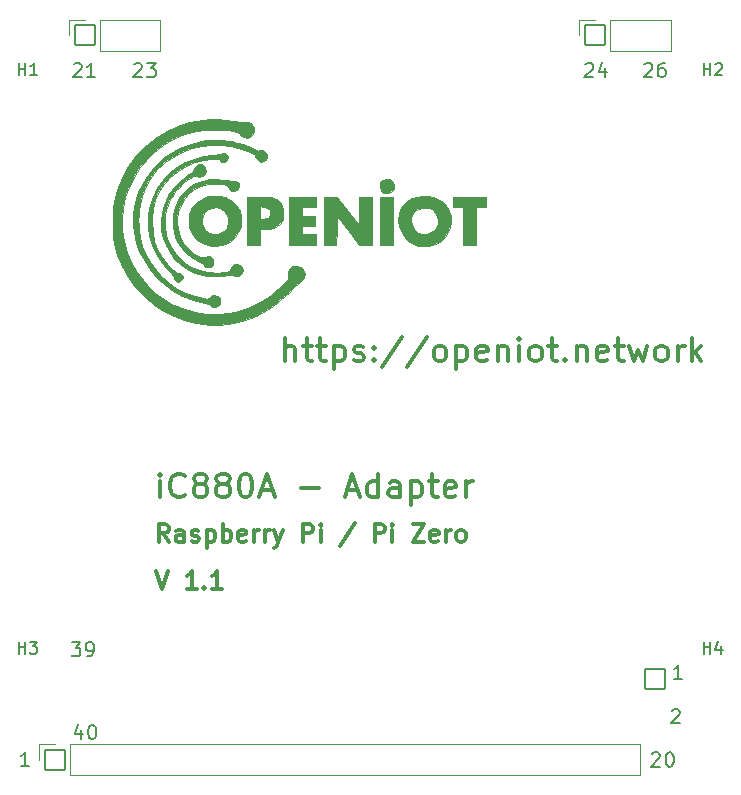
<source format=gto>
G04 #@! TF.GenerationSoftware,KiCad,Pcbnew,(6.0.10)*
G04 #@! TF.CreationDate,2023-02-13T10:30:41+01:00*
G04 #@! TF.ProjectId,iC880A_Adapter_V1.1,69433838-3041-45f4-9164-61707465725f,rev?*
G04 #@! TF.SameCoordinates,Original*
G04 #@! TF.FileFunction,Legend,Top*
G04 #@! TF.FilePolarity,Positive*
%FSLAX46Y46*%
G04 Gerber Fmt 4.6, Leading zero omitted, Abs format (unit mm)*
G04 Created by KiCad (PCBNEW (6.0.10)) date 2023-02-13 10:30:41*
%MOMM*%
%LPD*%
G01*
G04 APERTURE LIST*
G04 Aperture macros list*
%AMRoundRect*
0 Rectangle with rounded corners*
0 $1 Rounding radius*
0 $2 $3 $4 $5 $6 $7 $8 $9 X,Y pos of 4 corners*
0 Add a 4 corners polygon primitive as box body*
4,1,4,$2,$3,$4,$5,$6,$7,$8,$9,$2,$3,0*
0 Add four circle primitives for the rounded corners*
1,1,$1+$1,$2,$3*
1,1,$1+$1,$4,$5*
1,1,$1+$1,$6,$7*
1,1,$1+$1,$8,$9*
0 Add four rect primitives between the rounded corners*
20,1,$1+$1,$2,$3,$4,$5,0*
20,1,$1+$1,$4,$5,$6,$7,0*
20,1,$1+$1,$6,$7,$8,$9,0*
20,1,$1+$1,$8,$9,$2,$3,0*%
G04 Aperture macros list end*
%ADD10C,0.200000*%
%ADD11C,0.300000*%
%ADD12C,0.150000*%
%ADD13C,0.010000*%
%ADD14C,0.120000*%
%ADD15RoundRect,0.051000X0.850000X-0.850000X0.850000X0.850000X-0.850000X0.850000X-0.850000X-0.850000X0*%
%ADD16O,1.802000X1.802000*%
%ADD17C,4.802000*%
G04 APERTURE END LIST*
D10*
X134037062Y-187635822D02*
X134094205Y-187578680D01*
X134208491Y-187521537D01*
X134494205Y-187521537D01*
X134608491Y-187578680D01*
X134665634Y-187635822D01*
X134722777Y-187750108D01*
X134722777Y-187864394D01*
X134665634Y-188035822D01*
X133979920Y-188721537D01*
X134722777Y-188721537D01*
X84037062Y-189249537D02*
X84037062Y-190049537D01*
X83751348Y-188792394D02*
X83465634Y-189649537D01*
X84208491Y-189649537D01*
X84894205Y-188849537D02*
X85008491Y-188849537D01*
X85122777Y-188906680D01*
X85179920Y-188963822D01*
X85237062Y-189078108D01*
X85294205Y-189306680D01*
X85294205Y-189592394D01*
X85237062Y-189820965D01*
X85179920Y-189935251D01*
X85122777Y-189992394D01*
X85008491Y-190049537D01*
X84894205Y-190049537D01*
X84779920Y-189992394D01*
X84722777Y-189935251D01*
X84665634Y-189820965D01*
X84608491Y-189592394D01*
X84608491Y-189306680D01*
X84665634Y-189078108D01*
X84722777Y-188963822D01*
X84779920Y-188906680D01*
X84894205Y-188849537D01*
X132353634Y-191287142D02*
X132410777Y-191230000D01*
X132525062Y-191172857D01*
X132810777Y-191172857D01*
X132925062Y-191230000D01*
X132982205Y-191287142D01*
X133039348Y-191401428D01*
X133039348Y-191515714D01*
X132982205Y-191687142D01*
X132296491Y-192372857D01*
X133039348Y-192372857D01*
X133782205Y-191172857D02*
X133896491Y-191172857D01*
X134010777Y-191230000D01*
X134067920Y-191287142D01*
X134125062Y-191401428D01*
X134182205Y-191630000D01*
X134182205Y-191915714D01*
X134125062Y-192144285D01*
X134067920Y-192258571D01*
X134010777Y-192315714D01*
X133896491Y-192372857D01*
X133782205Y-192372857D01*
X133667920Y-192315714D01*
X133610777Y-192258571D01*
X133553634Y-192144285D01*
X133496491Y-191915714D01*
X133496491Y-191630000D01*
X133553634Y-191401428D01*
X133610777Y-191287142D01*
X133667920Y-191230000D01*
X133782205Y-191172857D01*
X83379714Y-132920742D02*
X83436857Y-132863600D01*
X83551142Y-132806457D01*
X83836857Y-132806457D01*
X83951142Y-132863600D01*
X84008285Y-132920742D01*
X84065428Y-133035028D01*
X84065428Y-133149314D01*
X84008285Y-133320742D01*
X83322571Y-134006457D01*
X84065428Y-134006457D01*
X85208285Y-134006457D02*
X84522571Y-134006457D01*
X84865428Y-134006457D02*
X84865428Y-132806457D01*
X84751142Y-132977885D01*
X84636857Y-133092171D01*
X84522571Y-133149314D01*
X88486114Y-132920742D02*
X88543257Y-132863600D01*
X88657542Y-132806457D01*
X88943257Y-132806457D01*
X89057542Y-132863600D01*
X89114685Y-132920742D01*
X89171828Y-133035028D01*
X89171828Y-133149314D01*
X89114685Y-133320742D01*
X88428971Y-134006457D01*
X89171828Y-134006457D01*
X89571828Y-132806457D02*
X90314685Y-132806457D01*
X89914685Y-133263600D01*
X90086114Y-133263600D01*
X90200400Y-133320742D01*
X90257542Y-133377885D01*
X90314685Y-133492171D01*
X90314685Y-133777885D01*
X90257542Y-133892171D01*
X90200400Y-133949314D01*
X90086114Y-134006457D01*
X89743257Y-134006457D01*
X89628971Y-133949314D01*
X89571828Y-133892171D01*
X126687714Y-132918142D02*
X126744857Y-132861000D01*
X126859142Y-132803857D01*
X127144857Y-132803857D01*
X127259142Y-132861000D01*
X127316285Y-132918142D01*
X127373428Y-133032428D01*
X127373428Y-133146714D01*
X127316285Y-133318142D01*
X126630571Y-134003857D01*
X127373428Y-134003857D01*
X128402000Y-133203857D02*
X128402000Y-134003857D01*
X128116285Y-132746714D02*
X127830571Y-133603857D01*
X128573428Y-133603857D01*
X131699714Y-132918142D02*
X131756857Y-132861000D01*
X131871142Y-132803857D01*
X132156857Y-132803857D01*
X132271142Y-132861000D01*
X132328285Y-132918142D01*
X132385428Y-133032428D01*
X132385428Y-133146714D01*
X132328285Y-133318142D01*
X131642571Y-134003857D01*
X132385428Y-134003857D01*
X133414000Y-132803857D02*
X133185428Y-132803857D01*
X133071142Y-132861000D01*
X133014000Y-132918142D01*
X132899714Y-133089571D01*
X132842571Y-133318142D01*
X132842571Y-133775285D01*
X132899714Y-133889571D01*
X132956857Y-133946714D01*
X133071142Y-134003857D01*
X133299714Y-134003857D01*
X133414000Y-133946714D01*
X133471142Y-133889571D01*
X133528285Y-133775285D01*
X133528285Y-133489571D01*
X133471142Y-133375285D01*
X133414000Y-133318142D01*
X133299714Y-133261000D01*
X133071142Y-133261000D01*
X132956857Y-133318142D01*
X132899714Y-133375285D01*
X132842571Y-133489571D01*
D11*
X91439205Y-173335251D02*
X90939205Y-172620965D01*
X90582062Y-173335251D02*
X90582062Y-171835251D01*
X91153491Y-171835251D01*
X91296348Y-171906680D01*
X91367777Y-171978108D01*
X91439205Y-172120965D01*
X91439205Y-172335251D01*
X91367777Y-172478108D01*
X91296348Y-172549537D01*
X91153491Y-172620965D01*
X90582062Y-172620965D01*
X92724920Y-173335251D02*
X92724920Y-172549537D01*
X92653491Y-172406680D01*
X92510634Y-172335251D01*
X92224920Y-172335251D01*
X92082062Y-172406680D01*
X92724920Y-173263822D02*
X92582062Y-173335251D01*
X92224920Y-173335251D01*
X92082062Y-173263822D01*
X92010634Y-173120965D01*
X92010634Y-172978108D01*
X92082062Y-172835251D01*
X92224920Y-172763822D01*
X92582062Y-172763822D01*
X92724920Y-172692394D01*
X93367777Y-173263822D02*
X93510634Y-173335251D01*
X93796348Y-173335251D01*
X93939205Y-173263822D01*
X94010634Y-173120965D01*
X94010634Y-173049537D01*
X93939205Y-172906680D01*
X93796348Y-172835251D01*
X93582062Y-172835251D01*
X93439205Y-172763822D01*
X93367777Y-172620965D01*
X93367777Y-172549537D01*
X93439205Y-172406680D01*
X93582062Y-172335251D01*
X93796348Y-172335251D01*
X93939205Y-172406680D01*
X94653491Y-172335251D02*
X94653491Y-173835251D01*
X94653491Y-172406680D02*
X94796348Y-172335251D01*
X95082062Y-172335251D01*
X95224920Y-172406680D01*
X95296348Y-172478108D01*
X95367777Y-172620965D01*
X95367777Y-173049537D01*
X95296348Y-173192394D01*
X95224920Y-173263822D01*
X95082062Y-173335251D01*
X94796348Y-173335251D01*
X94653491Y-173263822D01*
X96010634Y-173335251D02*
X96010634Y-171835251D01*
X96010634Y-172406680D02*
X96153491Y-172335251D01*
X96439205Y-172335251D01*
X96582062Y-172406680D01*
X96653491Y-172478108D01*
X96724920Y-172620965D01*
X96724920Y-173049537D01*
X96653491Y-173192394D01*
X96582062Y-173263822D01*
X96439205Y-173335251D01*
X96153491Y-173335251D01*
X96010634Y-173263822D01*
X97939205Y-173263822D02*
X97796348Y-173335251D01*
X97510634Y-173335251D01*
X97367777Y-173263822D01*
X97296348Y-173120965D01*
X97296348Y-172549537D01*
X97367777Y-172406680D01*
X97510634Y-172335251D01*
X97796348Y-172335251D01*
X97939205Y-172406680D01*
X98010634Y-172549537D01*
X98010634Y-172692394D01*
X97296348Y-172835251D01*
X98653491Y-173335251D02*
X98653491Y-172335251D01*
X98653491Y-172620965D02*
X98724920Y-172478108D01*
X98796348Y-172406680D01*
X98939205Y-172335251D01*
X99082062Y-172335251D01*
X99582062Y-173335251D02*
X99582062Y-172335251D01*
X99582062Y-172620965D02*
X99653491Y-172478108D01*
X99724920Y-172406680D01*
X99867777Y-172335251D01*
X100010634Y-172335251D01*
X100367777Y-172335251D02*
X100724920Y-173335251D01*
X101082062Y-172335251D02*
X100724920Y-173335251D01*
X100582062Y-173692394D01*
X100510634Y-173763822D01*
X100367777Y-173835251D01*
X102796348Y-173335251D02*
X102796348Y-171835251D01*
X103367777Y-171835251D01*
X103510634Y-171906680D01*
X103582062Y-171978108D01*
X103653491Y-172120965D01*
X103653491Y-172335251D01*
X103582062Y-172478108D01*
X103510634Y-172549537D01*
X103367777Y-172620965D01*
X102796348Y-172620965D01*
X104296348Y-173335251D02*
X104296348Y-172335251D01*
X104296348Y-171835251D02*
X104224920Y-171906680D01*
X104296348Y-171978108D01*
X104367777Y-171906680D01*
X104296348Y-171835251D01*
X104296348Y-171978108D01*
X107224920Y-171763822D02*
X105939205Y-173692394D01*
X108867777Y-173335251D02*
X108867777Y-171835251D01*
X109439205Y-171835251D01*
X109582062Y-171906680D01*
X109653491Y-171978108D01*
X109724920Y-172120965D01*
X109724920Y-172335251D01*
X109653491Y-172478108D01*
X109582062Y-172549537D01*
X109439205Y-172620965D01*
X108867777Y-172620965D01*
X110367777Y-173335251D02*
X110367777Y-172335251D01*
X110367777Y-171835251D02*
X110296348Y-171906680D01*
X110367777Y-171978108D01*
X110439205Y-171906680D01*
X110367777Y-171835251D01*
X110367777Y-171978108D01*
X112082062Y-171835251D02*
X113082062Y-171835251D01*
X112082062Y-173335251D01*
X113082062Y-173335251D01*
X114224920Y-173263822D02*
X114082062Y-173335251D01*
X113796348Y-173335251D01*
X113653491Y-173263822D01*
X113582062Y-173120965D01*
X113582062Y-172549537D01*
X113653491Y-172406680D01*
X113796348Y-172335251D01*
X114082062Y-172335251D01*
X114224920Y-172406680D01*
X114296348Y-172549537D01*
X114296348Y-172692394D01*
X113582062Y-172835251D01*
X114939205Y-173335251D02*
X114939205Y-172335251D01*
X114939205Y-172620965D02*
X115010634Y-172478108D01*
X115082062Y-172406680D01*
X115224920Y-172335251D01*
X115367777Y-172335251D01*
X116082062Y-173335251D02*
X115939205Y-173263822D01*
X115867777Y-173192394D01*
X115796348Y-173049537D01*
X115796348Y-172620965D01*
X115867777Y-172478108D01*
X115939205Y-172406680D01*
X116082062Y-172335251D01*
X116296348Y-172335251D01*
X116439205Y-172406680D01*
X116510634Y-172478108D01*
X116582062Y-172620965D01*
X116582062Y-173049537D01*
X116510634Y-173192394D01*
X116439205Y-173263822D01*
X116296348Y-173335251D01*
X116082062Y-173335251D01*
X90701110Y-169561441D02*
X90701110Y-168228108D01*
X90701110Y-167561441D02*
X90605872Y-167656680D01*
X90701110Y-167751918D01*
X90796348Y-167656680D01*
X90701110Y-167561441D01*
X90701110Y-167751918D01*
X92796348Y-169370965D02*
X92701110Y-169466203D01*
X92415396Y-169561441D01*
X92224920Y-169561441D01*
X91939205Y-169466203D01*
X91748729Y-169275727D01*
X91653491Y-169085251D01*
X91558253Y-168704299D01*
X91558253Y-168418584D01*
X91653491Y-168037632D01*
X91748729Y-167847156D01*
X91939205Y-167656680D01*
X92224920Y-167561441D01*
X92415396Y-167561441D01*
X92701110Y-167656680D01*
X92796348Y-167751918D01*
X93939205Y-168418584D02*
X93748729Y-168323346D01*
X93653491Y-168228108D01*
X93558253Y-168037632D01*
X93558253Y-167942394D01*
X93653491Y-167751918D01*
X93748729Y-167656680D01*
X93939205Y-167561441D01*
X94320158Y-167561441D01*
X94510634Y-167656680D01*
X94605872Y-167751918D01*
X94701110Y-167942394D01*
X94701110Y-168037632D01*
X94605872Y-168228108D01*
X94510634Y-168323346D01*
X94320158Y-168418584D01*
X93939205Y-168418584D01*
X93748729Y-168513822D01*
X93653491Y-168609060D01*
X93558253Y-168799537D01*
X93558253Y-169180489D01*
X93653491Y-169370965D01*
X93748729Y-169466203D01*
X93939205Y-169561441D01*
X94320158Y-169561441D01*
X94510634Y-169466203D01*
X94605872Y-169370965D01*
X94701110Y-169180489D01*
X94701110Y-168799537D01*
X94605872Y-168609060D01*
X94510634Y-168513822D01*
X94320158Y-168418584D01*
X95843967Y-168418584D02*
X95653491Y-168323346D01*
X95558253Y-168228108D01*
X95463015Y-168037632D01*
X95463015Y-167942394D01*
X95558253Y-167751918D01*
X95653491Y-167656680D01*
X95843967Y-167561441D01*
X96224920Y-167561441D01*
X96415396Y-167656680D01*
X96510634Y-167751918D01*
X96605872Y-167942394D01*
X96605872Y-168037632D01*
X96510634Y-168228108D01*
X96415396Y-168323346D01*
X96224920Y-168418584D01*
X95843967Y-168418584D01*
X95653491Y-168513822D01*
X95558253Y-168609060D01*
X95463015Y-168799537D01*
X95463015Y-169180489D01*
X95558253Y-169370965D01*
X95653491Y-169466203D01*
X95843967Y-169561441D01*
X96224920Y-169561441D01*
X96415396Y-169466203D01*
X96510634Y-169370965D01*
X96605872Y-169180489D01*
X96605872Y-168799537D01*
X96510634Y-168609060D01*
X96415396Y-168513822D01*
X96224920Y-168418584D01*
X97843967Y-167561441D02*
X98034443Y-167561441D01*
X98224920Y-167656680D01*
X98320158Y-167751918D01*
X98415396Y-167942394D01*
X98510634Y-168323346D01*
X98510634Y-168799537D01*
X98415396Y-169180489D01*
X98320158Y-169370965D01*
X98224920Y-169466203D01*
X98034443Y-169561441D01*
X97843967Y-169561441D01*
X97653491Y-169466203D01*
X97558253Y-169370965D01*
X97463015Y-169180489D01*
X97367777Y-168799537D01*
X97367777Y-168323346D01*
X97463015Y-167942394D01*
X97558253Y-167751918D01*
X97653491Y-167656680D01*
X97843967Y-167561441D01*
X99272539Y-168990013D02*
X100224920Y-168990013D01*
X99082062Y-169561441D02*
X99748729Y-167561441D01*
X100415396Y-169561441D01*
X102605872Y-168799537D02*
X104129681Y-168799537D01*
X106510634Y-168990013D02*
X107463015Y-168990013D01*
X106320158Y-169561441D02*
X106986824Y-167561441D01*
X107653491Y-169561441D01*
X109177300Y-169561441D02*
X109177300Y-167561441D01*
X109177300Y-169466203D02*
X108986824Y-169561441D01*
X108605872Y-169561441D01*
X108415396Y-169466203D01*
X108320158Y-169370965D01*
X108224920Y-169180489D01*
X108224920Y-168609060D01*
X108320158Y-168418584D01*
X108415396Y-168323346D01*
X108605872Y-168228108D01*
X108986824Y-168228108D01*
X109177300Y-168323346D01*
X110986824Y-169561441D02*
X110986824Y-168513822D01*
X110891586Y-168323346D01*
X110701110Y-168228108D01*
X110320158Y-168228108D01*
X110129681Y-168323346D01*
X110986824Y-169466203D02*
X110796348Y-169561441D01*
X110320158Y-169561441D01*
X110129681Y-169466203D01*
X110034443Y-169275727D01*
X110034443Y-169085251D01*
X110129681Y-168894775D01*
X110320158Y-168799537D01*
X110796348Y-168799537D01*
X110986824Y-168704299D01*
X111939205Y-168228108D02*
X111939205Y-170228108D01*
X111939205Y-168323346D02*
X112129681Y-168228108D01*
X112510634Y-168228108D01*
X112701110Y-168323346D01*
X112796348Y-168418584D01*
X112891586Y-168609060D01*
X112891586Y-169180489D01*
X112796348Y-169370965D01*
X112701110Y-169466203D01*
X112510634Y-169561441D01*
X112129681Y-169561441D01*
X111939205Y-169466203D01*
X113463015Y-168228108D02*
X114224920Y-168228108D01*
X113748729Y-167561441D02*
X113748729Y-169275727D01*
X113843967Y-169466203D01*
X114034443Y-169561441D01*
X114224920Y-169561441D01*
X115653491Y-169466203D02*
X115463015Y-169561441D01*
X115082062Y-169561441D01*
X114891586Y-169466203D01*
X114796348Y-169275727D01*
X114796348Y-168513822D01*
X114891586Y-168323346D01*
X115082062Y-168228108D01*
X115463015Y-168228108D01*
X115653491Y-168323346D01*
X115748729Y-168513822D01*
X115748729Y-168704299D01*
X114796348Y-168894775D01*
X116605872Y-169561441D02*
X116605872Y-168228108D01*
X116605872Y-168609060D02*
X116701110Y-168418584D01*
X116796348Y-168323346D01*
X116986824Y-168228108D01*
X117177300Y-168228108D01*
X90367777Y-175835251D02*
X90867777Y-177335251D01*
X91367777Y-175835251D01*
X93796348Y-177335251D02*
X92939205Y-177335251D01*
X93367777Y-177335251D02*
X93367777Y-175835251D01*
X93224920Y-176049537D01*
X93082062Y-176192394D01*
X92939205Y-176263822D01*
X94439205Y-177192394D02*
X94510634Y-177263822D01*
X94439205Y-177335251D01*
X94367777Y-177263822D01*
X94439205Y-177192394D01*
X94439205Y-177335251D01*
X95939205Y-177335251D02*
X95082062Y-177335251D01*
X95510634Y-177335251D02*
X95510634Y-175835251D01*
X95367777Y-176049537D01*
X95224920Y-176192394D01*
X95082062Y-176263822D01*
X101292971Y-158063761D02*
X101292971Y-156063761D01*
X102150114Y-158063761D02*
X102150114Y-157016142D01*
X102054876Y-156825666D01*
X101864400Y-156730428D01*
X101578685Y-156730428D01*
X101388209Y-156825666D01*
X101292971Y-156920904D01*
X102816780Y-156730428D02*
X103578685Y-156730428D01*
X103102495Y-156063761D02*
X103102495Y-157778047D01*
X103197733Y-157968523D01*
X103388209Y-158063761D01*
X103578685Y-158063761D01*
X103959638Y-156730428D02*
X104721542Y-156730428D01*
X104245352Y-156063761D02*
X104245352Y-157778047D01*
X104340590Y-157968523D01*
X104531066Y-158063761D01*
X104721542Y-158063761D01*
X105388209Y-156730428D02*
X105388209Y-158730428D01*
X105388209Y-156825666D02*
X105578685Y-156730428D01*
X105959638Y-156730428D01*
X106150114Y-156825666D01*
X106245352Y-156920904D01*
X106340590Y-157111380D01*
X106340590Y-157682809D01*
X106245352Y-157873285D01*
X106150114Y-157968523D01*
X105959638Y-158063761D01*
X105578685Y-158063761D01*
X105388209Y-157968523D01*
X107102495Y-157968523D02*
X107292971Y-158063761D01*
X107673923Y-158063761D01*
X107864400Y-157968523D01*
X107959638Y-157778047D01*
X107959638Y-157682809D01*
X107864400Y-157492333D01*
X107673923Y-157397095D01*
X107388209Y-157397095D01*
X107197733Y-157301857D01*
X107102495Y-157111380D01*
X107102495Y-157016142D01*
X107197733Y-156825666D01*
X107388209Y-156730428D01*
X107673923Y-156730428D01*
X107864400Y-156825666D01*
X108816780Y-157873285D02*
X108912019Y-157968523D01*
X108816780Y-158063761D01*
X108721542Y-157968523D01*
X108816780Y-157873285D01*
X108816780Y-158063761D01*
X108816780Y-156825666D02*
X108912019Y-156920904D01*
X108816780Y-157016142D01*
X108721542Y-156920904D01*
X108816780Y-156825666D01*
X108816780Y-157016142D01*
X111197733Y-155968523D02*
X109483447Y-158539952D01*
X113292971Y-155968523D02*
X111578685Y-158539952D01*
X114245352Y-158063761D02*
X114054876Y-157968523D01*
X113959638Y-157873285D01*
X113864400Y-157682809D01*
X113864400Y-157111380D01*
X113959638Y-156920904D01*
X114054876Y-156825666D01*
X114245352Y-156730428D01*
X114531066Y-156730428D01*
X114721542Y-156825666D01*
X114816780Y-156920904D01*
X114912019Y-157111380D01*
X114912019Y-157682809D01*
X114816780Y-157873285D01*
X114721542Y-157968523D01*
X114531066Y-158063761D01*
X114245352Y-158063761D01*
X115769161Y-156730428D02*
X115769161Y-158730428D01*
X115769161Y-156825666D02*
X115959638Y-156730428D01*
X116340590Y-156730428D01*
X116531066Y-156825666D01*
X116626304Y-156920904D01*
X116721542Y-157111380D01*
X116721542Y-157682809D01*
X116626304Y-157873285D01*
X116531066Y-157968523D01*
X116340590Y-158063761D01*
X115959638Y-158063761D01*
X115769161Y-157968523D01*
X118340590Y-157968523D02*
X118150114Y-158063761D01*
X117769161Y-158063761D01*
X117578685Y-157968523D01*
X117483447Y-157778047D01*
X117483447Y-157016142D01*
X117578685Y-156825666D01*
X117769161Y-156730428D01*
X118150114Y-156730428D01*
X118340590Y-156825666D01*
X118435828Y-157016142D01*
X118435828Y-157206619D01*
X117483447Y-157397095D01*
X119292971Y-156730428D02*
X119292971Y-158063761D01*
X119292971Y-156920904D02*
X119388209Y-156825666D01*
X119578685Y-156730428D01*
X119864400Y-156730428D01*
X120054876Y-156825666D01*
X120150114Y-157016142D01*
X120150114Y-158063761D01*
X121102495Y-158063761D02*
X121102495Y-156730428D01*
X121102495Y-156063761D02*
X121007257Y-156159000D01*
X121102495Y-156254238D01*
X121197733Y-156159000D01*
X121102495Y-156063761D01*
X121102495Y-156254238D01*
X122340590Y-158063761D02*
X122150114Y-157968523D01*
X122054876Y-157873285D01*
X121959638Y-157682809D01*
X121959638Y-157111380D01*
X122054876Y-156920904D01*
X122150114Y-156825666D01*
X122340590Y-156730428D01*
X122626304Y-156730428D01*
X122816780Y-156825666D01*
X122912019Y-156920904D01*
X123007257Y-157111380D01*
X123007257Y-157682809D01*
X122912019Y-157873285D01*
X122816780Y-157968523D01*
X122626304Y-158063761D01*
X122340590Y-158063761D01*
X123578685Y-156730428D02*
X124340590Y-156730428D01*
X123864400Y-156063761D02*
X123864400Y-157778047D01*
X123959638Y-157968523D01*
X124150114Y-158063761D01*
X124340590Y-158063761D01*
X125007257Y-157873285D02*
X125102495Y-157968523D01*
X125007257Y-158063761D01*
X124912019Y-157968523D01*
X125007257Y-157873285D01*
X125007257Y-158063761D01*
X125959638Y-156730428D02*
X125959638Y-158063761D01*
X125959638Y-156920904D02*
X126054876Y-156825666D01*
X126245352Y-156730428D01*
X126531066Y-156730428D01*
X126721542Y-156825666D01*
X126816780Y-157016142D01*
X126816780Y-158063761D01*
X128531066Y-157968523D02*
X128340590Y-158063761D01*
X127959638Y-158063761D01*
X127769161Y-157968523D01*
X127673923Y-157778047D01*
X127673923Y-157016142D01*
X127769161Y-156825666D01*
X127959638Y-156730428D01*
X128340590Y-156730428D01*
X128531066Y-156825666D01*
X128626304Y-157016142D01*
X128626304Y-157206619D01*
X127673923Y-157397095D01*
X129197733Y-156730428D02*
X129959638Y-156730428D01*
X129483447Y-156063761D02*
X129483447Y-157778047D01*
X129578685Y-157968523D01*
X129769161Y-158063761D01*
X129959638Y-158063761D01*
X130435828Y-156730428D02*
X130816780Y-158063761D01*
X131197733Y-157111380D01*
X131578685Y-158063761D01*
X131959638Y-156730428D01*
X133007257Y-158063761D02*
X132816780Y-157968523D01*
X132721542Y-157873285D01*
X132626304Y-157682809D01*
X132626304Y-157111380D01*
X132721542Y-156920904D01*
X132816780Y-156825666D01*
X133007257Y-156730428D01*
X133292971Y-156730428D01*
X133483447Y-156825666D01*
X133578685Y-156920904D01*
X133673923Y-157111380D01*
X133673923Y-157682809D01*
X133578685Y-157873285D01*
X133483447Y-157968523D01*
X133292971Y-158063761D01*
X133007257Y-158063761D01*
X134531066Y-158063761D02*
X134531066Y-156730428D01*
X134531066Y-157111380D02*
X134626304Y-156920904D01*
X134721542Y-156825666D01*
X134912019Y-156730428D01*
X135102495Y-156730428D01*
X135769161Y-158063761D02*
X135769161Y-156063761D01*
X135959638Y-157301857D02*
X136531066Y-158063761D01*
X136531066Y-156730428D02*
X135769161Y-157492333D01*
D10*
X79610777Y-192329537D02*
X78925062Y-192329537D01*
X79267920Y-192329537D02*
X79267920Y-191129537D01*
X79153634Y-191300965D01*
X79039348Y-191415251D01*
X78925062Y-191472394D01*
X134922777Y-184971537D02*
X134237062Y-184971537D01*
X134579920Y-184971537D02*
X134579920Y-183771537D01*
X134465634Y-183942965D01*
X134351348Y-184057251D01*
X134237062Y-184114394D01*
X83208491Y-181849537D02*
X83951348Y-181849537D01*
X83551348Y-182306680D01*
X83722777Y-182306680D01*
X83837062Y-182363822D01*
X83894205Y-182420965D01*
X83951348Y-182535251D01*
X83951348Y-182820965D01*
X83894205Y-182935251D01*
X83837062Y-182992394D01*
X83722777Y-183049537D01*
X83379920Y-183049537D01*
X83265634Y-182992394D01*
X83208491Y-182935251D01*
X84522777Y-183049537D02*
X84751348Y-183049537D01*
X84865634Y-182992394D01*
X84922777Y-182935251D01*
X85037062Y-182763822D01*
X85094205Y-182535251D01*
X85094205Y-182078108D01*
X85037062Y-181963822D01*
X84979920Y-181906680D01*
X84865634Y-181849537D01*
X84637062Y-181849537D01*
X84522777Y-181906680D01*
X84465634Y-181963822D01*
X84408491Y-182078108D01*
X84408491Y-182363822D01*
X84465634Y-182478108D01*
X84522777Y-182535251D01*
X84637062Y-182592394D01*
X84865634Y-182592394D01*
X84979920Y-182535251D01*
X85037062Y-182478108D01*
X85094205Y-182363822D01*
D12*
X136718015Y-133809060D02*
X136718015Y-132809060D01*
X136718015Y-133285251D02*
X137289443Y-133285251D01*
X137289443Y-133809060D02*
X137289443Y-132809060D01*
X137718015Y-132904299D02*
X137765634Y-132856680D01*
X137860872Y-132809060D01*
X138098967Y-132809060D01*
X138194205Y-132856680D01*
X138241824Y-132904299D01*
X138289443Y-132999537D01*
X138289443Y-133094775D01*
X138241824Y-133237632D01*
X137670396Y-133809060D01*
X138289443Y-133809060D01*
X78718015Y-133809060D02*
X78718015Y-132809060D01*
X78718015Y-133285251D02*
X79289443Y-133285251D01*
X79289443Y-133809060D02*
X79289443Y-132809060D01*
X80289443Y-133809060D02*
X79718015Y-133809060D01*
X80003729Y-133809060D02*
X80003729Y-132809060D01*
X79908491Y-132951918D01*
X79813253Y-133047156D01*
X79718015Y-133094775D01*
X136718015Y-182809060D02*
X136718015Y-181809060D01*
X136718015Y-182285251D02*
X137289443Y-182285251D01*
X137289443Y-182809060D02*
X137289443Y-181809060D01*
X138194205Y-182142394D02*
X138194205Y-182809060D01*
X137956110Y-181761441D02*
X137718015Y-182475727D01*
X138337062Y-182475727D01*
X78718015Y-182809060D02*
X78718015Y-181809060D01*
X78718015Y-182285251D02*
X79289443Y-182285251D01*
X79289443Y-182809060D02*
X79289443Y-181809060D01*
X79670396Y-181809060D02*
X80289443Y-181809060D01*
X79956110Y-182190013D01*
X80098967Y-182190013D01*
X80194205Y-182237632D01*
X80241824Y-182285251D01*
X80289443Y-182380489D01*
X80289443Y-182618584D01*
X80241824Y-182713822D01*
X80194205Y-182761441D01*
X80098967Y-182809060D01*
X79813253Y-182809060D01*
X79718015Y-182761441D01*
X79670396Y-182713822D01*
G36*
X94301435Y-141444794D02*
G01*
X94379941Y-141506268D01*
X94532612Y-141699033D01*
X94579824Y-141907115D01*
X94536905Y-142106592D01*
X94419183Y-142273542D01*
X94241985Y-142384041D01*
X94020639Y-142414167D01*
X93828462Y-142367005D01*
X93723739Y-142334806D01*
X93620213Y-142341319D01*
X93483555Y-142396111D01*
X93279437Y-142508752D01*
X93242319Y-142530387D01*
X93017805Y-142682299D01*
X92750139Y-142894182D01*
X92481283Y-143131750D01*
X92348027Y-143261024D01*
X92073007Y-143555590D01*
X91863661Y-143826474D01*
X91683169Y-144124988D01*
X91570525Y-144344574D01*
X91355678Y-144820631D01*
X91211568Y-145243383D01*
X91127364Y-145656865D01*
X91092236Y-146105116D01*
X91089500Y-146300500D01*
X91111422Y-146804736D01*
X91184902Y-147254097D01*
X91321511Y-147697060D01*
X91532818Y-148182103D01*
X91544173Y-148205500D01*
X91692558Y-148487246D01*
X91850097Y-148728426D01*
X92045302Y-148967196D01*
X92306688Y-149241717D01*
X92353167Y-149288139D01*
X92833719Y-149717570D01*
X93315536Y-150042817D01*
X93830985Y-150282830D01*
X94303202Y-150429778D01*
X94637335Y-150496369D01*
X95000903Y-150537262D01*
X95372619Y-150553768D01*
X95731198Y-150547201D01*
X96055352Y-150518870D01*
X96323794Y-150470090D01*
X96515239Y-150402171D01*
X96608399Y-150316425D01*
X96614000Y-150287349D01*
X96666580Y-150139278D01*
X96797331Y-149983014D01*
X96965765Y-149855637D01*
X97131398Y-149794229D01*
X97153749Y-149793000D01*
X97334254Y-149847208D01*
X97510993Y-149983198D01*
X97644014Y-150161016D01*
X97693500Y-150332750D01*
X97642016Y-150504148D01*
X97513433Y-150678028D01*
X97346552Y-150814171D01*
X97180176Y-150872358D01*
X97172763Y-150872500D01*
X96998413Y-150835594D01*
X96897972Y-150784746D01*
X96809486Y-150740086D01*
X96695306Y-150729225D01*
X96518559Y-150752072D01*
X96359967Y-150783422D01*
X95987391Y-150836359D01*
X95544614Y-150860997D01*
X95082515Y-150857440D01*
X94651972Y-150825794D01*
X94359750Y-150779303D01*
X93639729Y-150562402D01*
X92989960Y-150247647D01*
X92414920Y-149845823D01*
X91919083Y-149367713D01*
X91506924Y-148824104D01*
X91182921Y-148225779D01*
X90951547Y-147583523D01*
X90817278Y-146908121D01*
X90784590Y-146210358D01*
X90857958Y-145501017D01*
X91041858Y-144790885D01*
X91340764Y-144090745D01*
X91479732Y-143839227D01*
X91679316Y-143553089D01*
X91953927Y-143231016D01*
X92272635Y-142903558D01*
X92604513Y-142601263D01*
X92918632Y-142354684D01*
X93101849Y-142236934D01*
X93320692Y-142103480D01*
X93449292Y-141994349D01*
X93514083Y-141883699D01*
X93531321Y-141817027D01*
X93632358Y-141579189D01*
X93828374Y-141424798D01*
X93987233Y-141374378D01*
X94148113Y-141370575D01*
X94301435Y-141444794D01*
G37*
D13*
X94301435Y-141444794D02*
X94379941Y-141506268D01*
X94532612Y-141699033D01*
X94579824Y-141907115D01*
X94536905Y-142106592D01*
X94419183Y-142273542D01*
X94241985Y-142384041D01*
X94020639Y-142414167D01*
X93828462Y-142367005D01*
X93723739Y-142334806D01*
X93620213Y-142341319D01*
X93483555Y-142396111D01*
X93279437Y-142508752D01*
X93242319Y-142530387D01*
X93017805Y-142682299D01*
X92750139Y-142894182D01*
X92481283Y-143131750D01*
X92348027Y-143261024D01*
X92073007Y-143555590D01*
X91863661Y-143826474D01*
X91683169Y-144124988D01*
X91570525Y-144344574D01*
X91355678Y-144820631D01*
X91211568Y-145243383D01*
X91127364Y-145656865D01*
X91092236Y-146105116D01*
X91089500Y-146300500D01*
X91111422Y-146804736D01*
X91184902Y-147254097D01*
X91321511Y-147697060D01*
X91532818Y-148182103D01*
X91544173Y-148205500D01*
X91692558Y-148487246D01*
X91850097Y-148728426D01*
X92045302Y-148967196D01*
X92306688Y-149241717D01*
X92353167Y-149288139D01*
X92833719Y-149717570D01*
X93315536Y-150042817D01*
X93830985Y-150282830D01*
X94303202Y-150429778D01*
X94637335Y-150496369D01*
X95000903Y-150537262D01*
X95372619Y-150553768D01*
X95731198Y-150547201D01*
X96055352Y-150518870D01*
X96323794Y-150470090D01*
X96515239Y-150402171D01*
X96608399Y-150316425D01*
X96614000Y-150287349D01*
X96666580Y-150139278D01*
X96797331Y-149983014D01*
X96965765Y-149855637D01*
X97131398Y-149794229D01*
X97153749Y-149793000D01*
X97334254Y-149847208D01*
X97510993Y-149983198D01*
X97644014Y-150161016D01*
X97693500Y-150332750D01*
X97642016Y-150504148D01*
X97513433Y-150678028D01*
X97346552Y-150814171D01*
X97180176Y-150872358D01*
X97172763Y-150872500D01*
X96998413Y-150835594D01*
X96897972Y-150784746D01*
X96809486Y-150740086D01*
X96695306Y-150729225D01*
X96518559Y-150752072D01*
X96359967Y-150783422D01*
X95987391Y-150836359D01*
X95544614Y-150860997D01*
X95082515Y-150857440D01*
X94651972Y-150825794D01*
X94359750Y-150779303D01*
X93639729Y-150562402D01*
X92989960Y-150247647D01*
X92414920Y-149845823D01*
X91919083Y-149367713D01*
X91506924Y-148824104D01*
X91182921Y-148225779D01*
X90951547Y-147583523D01*
X90817278Y-146908121D01*
X90784590Y-146210358D01*
X90857958Y-145501017D01*
X91041858Y-144790885D01*
X91340764Y-144090745D01*
X91479732Y-143839227D01*
X91679316Y-143553089D01*
X91953927Y-143231016D01*
X92272635Y-142903558D01*
X92604513Y-142601263D01*
X92918632Y-142354684D01*
X93101849Y-142236934D01*
X93320692Y-142103480D01*
X93449292Y-141994349D01*
X93514083Y-141883699D01*
X93531321Y-141817027D01*
X93632358Y-141579189D01*
X93828374Y-141424798D01*
X93987233Y-141374378D01*
X94148113Y-141370575D01*
X94301435Y-141444794D01*
G36*
X110393500Y-148205500D02*
G01*
X109314000Y-148205500D01*
X109314000Y-144141500D01*
X110393500Y-144141500D01*
X110393500Y-148205500D01*
G37*
X110393500Y-148205500D02*
X109314000Y-148205500D01*
X109314000Y-144141500D01*
X110393500Y-144141500D01*
X110393500Y-148205500D01*
G36*
X96257612Y-137613944D02*
G01*
X96834008Y-137682949D01*
X97051701Y-137723092D01*
X97344293Y-137777345D01*
X97607413Y-137813666D01*
X97805982Y-137827870D01*
X97886498Y-137822701D01*
X98147692Y-137822434D01*
X98378572Y-137923181D01*
X98556507Y-138100147D01*
X98658863Y-138328533D01*
X98663007Y-138583544D01*
X98644530Y-138653202D01*
X98513720Y-138888514D01*
X98316017Y-139054789D01*
X98085468Y-139124415D01*
X98062783Y-139124999D01*
X97845251Y-139089146D01*
X97643908Y-138997489D01*
X97504117Y-138873883D01*
X97473699Y-138815218D01*
X97380988Y-138718647D01*
X97180107Y-138634623D01*
X96889376Y-138564290D01*
X96527113Y-138508789D01*
X96111634Y-138469262D01*
X95661258Y-138446851D01*
X95194304Y-138442698D01*
X94729088Y-138457944D01*
X94283930Y-138493733D01*
X93877146Y-138551205D01*
X93724750Y-138581512D01*
X92740862Y-138857251D01*
X91829345Y-139237188D01*
X90989050Y-139721962D01*
X90218828Y-140312213D01*
X89669907Y-140842046D01*
X89027315Y-141612743D01*
X88496721Y-142433154D01*
X88078010Y-143293707D01*
X87771067Y-144184825D01*
X87575775Y-145096936D01*
X87492020Y-146020465D01*
X87519687Y-146945837D01*
X87658660Y-147863478D01*
X87908824Y-148763814D01*
X88270063Y-149637270D01*
X88742262Y-150474273D01*
X89325306Y-151265247D01*
X89801770Y-151788882D01*
X90276111Y-152238044D01*
X90743693Y-152612467D01*
X91247368Y-152943000D01*
X91829990Y-153260490D01*
X91883250Y-153287226D01*
X92773558Y-153662820D01*
X93691553Y-153919387D01*
X94626349Y-154058904D01*
X95567064Y-154083347D01*
X96502812Y-153994692D01*
X97422710Y-153794913D01*
X98315872Y-153485986D01*
X99171415Y-153069888D01*
X99978455Y-152548593D01*
X100726106Y-151924077D01*
X101022801Y-151628315D01*
X101542336Y-151082380D01*
X101538793Y-150718346D01*
X101543766Y-150502115D01*
X101576129Y-150363383D01*
X101654125Y-150252976D01*
X101742626Y-150168906D01*
X101995409Y-150015954D01*
X102263943Y-149973567D01*
X102520695Y-150034184D01*
X102738133Y-150190244D01*
X102888723Y-150434187D01*
X102907164Y-150488704D01*
X102946381Y-150672345D01*
X102925454Y-150826110D01*
X102861067Y-150976921D01*
X102755801Y-151146122D01*
X102640919Y-151266585D01*
X102611968Y-151284748D01*
X102526920Y-151349078D01*
X102370068Y-151488611D01*
X102158227Y-151687579D01*
X101908212Y-151930215D01*
X101659468Y-152177918D01*
X100971780Y-152824752D01*
X100292384Y-153364901D01*
X99596723Y-153814360D01*
X98860240Y-154189121D01*
X98118213Y-154484256D01*
X97318900Y-154718178D01*
X96471406Y-154879028D01*
X95616189Y-154961772D01*
X94793708Y-154961373D01*
X94482385Y-154936747D01*
X93617915Y-154794436D01*
X92734519Y-154552068D01*
X91871137Y-154222637D01*
X91066711Y-153819135D01*
X90977798Y-153767422D01*
X90078856Y-153166949D01*
X89275231Y-152486053D01*
X88570318Y-151729440D01*
X87967510Y-150901814D01*
X87470203Y-150007881D01*
X87081792Y-149052346D01*
X86805672Y-148039914D01*
X86789836Y-147963071D01*
X86733731Y-147584882D01*
X86695606Y-147118909D01*
X86675459Y-146599305D01*
X86673282Y-146060223D01*
X86689071Y-145535817D01*
X86722821Y-145060239D01*
X86774526Y-144667645D01*
X86790355Y-144586000D01*
X87070691Y-143532064D01*
X87450822Y-142553156D01*
X87929373Y-141651661D01*
X88504970Y-140829967D01*
X89176239Y-140090459D01*
X89597250Y-139709905D01*
X90436475Y-139071739D01*
X91301478Y-138552208D01*
X92209123Y-138143258D01*
X93176271Y-137836839D01*
X93820000Y-137693520D01*
X94359407Y-137619466D01*
X94975411Y-137581792D01*
X95623113Y-137580088D01*
X96257612Y-137613944D01*
G37*
X96257612Y-137613944D02*
X96834008Y-137682949D01*
X97051701Y-137723092D01*
X97344293Y-137777345D01*
X97607413Y-137813666D01*
X97805982Y-137827870D01*
X97886498Y-137822701D01*
X98147692Y-137822434D01*
X98378572Y-137923181D01*
X98556507Y-138100147D01*
X98658863Y-138328533D01*
X98663007Y-138583544D01*
X98644530Y-138653202D01*
X98513720Y-138888514D01*
X98316017Y-139054789D01*
X98085468Y-139124415D01*
X98062783Y-139124999D01*
X97845251Y-139089146D01*
X97643908Y-138997489D01*
X97504117Y-138873883D01*
X97473699Y-138815218D01*
X97380988Y-138718647D01*
X97180107Y-138634623D01*
X96889376Y-138564290D01*
X96527113Y-138508789D01*
X96111634Y-138469262D01*
X95661258Y-138446851D01*
X95194304Y-138442698D01*
X94729088Y-138457944D01*
X94283930Y-138493733D01*
X93877146Y-138551205D01*
X93724750Y-138581512D01*
X92740862Y-138857251D01*
X91829345Y-139237188D01*
X90989050Y-139721962D01*
X90218828Y-140312213D01*
X89669907Y-140842046D01*
X89027315Y-141612743D01*
X88496721Y-142433154D01*
X88078010Y-143293707D01*
X87771067Y-144184825D01*
X87575775Y-145096936D01*
X87492020Y-146020465D01*
X87519687Y-146945837D01*
X87658660Y-147863478D01*
X87908824Y-148763814D01*
X88270063Y-149637270D01*
X88742262Y-150474273D01*
X89325306Y-151265247D01*
X89801770Y-151788882D01*
X90276111Y-152238044D01*
X90743693Y-152612467D01*
X91247368Y-152943000D01*
X91829990Y-153260490D01*
X91883250Y-153287226D01*
X92773558Y-153662820D01*
X93691553Y-153919387D01*
X94626349Y-154058904D01*
X95567064Y-154083347D01*
X96502812Y-153994692D01*
X97422710Y-153794913D01*
X98315872Y-153485986D01*
X99171415Y-153069888D01*
X99978455Y-152548593D01*
X100726106Y-151924077D01*
X101022801Y-151628315D01*
X101542336Y-151082380D01*
X101538793Y-150718346D01*
X101543766Y-150502115D01*
X101576129Y-150363383D01*
X101654125Y-150252976D01*
X101742626Y-150168906D01*
X101995409Y-150015954D01*
X102263943Y-149973567D01*
X102520695Y-150034184D01*
X102738133Y-150190244D01*
X102888723Y-150434187D01*
X102907164Y-150488704D01*
X102946381Y-150672345D01*
X102925454Y-150826110D01*
X102861067Y-150976921D01*
X102755801Y-151146122D01*
X102640919Y-151266585D01*
X102611968Y-151284748D01*
X102526920Y-151349078D01*
X102370068Y-151488611D01*
X102158227Y-151687579D01*
X101908212Y-151930215D01*
X101659468Y-152177918D01*
X100971780Y-152824752D01*
X100292384Y-153364901D01*
X99596723Y-153814360D01*
X98860240Y-154189121D01*
X98118213Y-154484256D01*
X97318900Y-154718178D01*
X96471406Y-154879028D01*
X95616189Y-154961772D01*
X94793708Y-154961373D01*
X94482385Y-154936747D01*
X93617915Y-154794436D01*
X92734519Y-154552068D01*
X91871137Y-154222637D01*
X91066711Y-153819135D01*
X90977798Y-153767422D01*
X90078856Y-153166949D01*
X89275231Y-152486053D01*
X88570318Y-151729440D01*
X87967510Y-150901814D01*
X87470203Y-150007881D01*
X87081792Y-149052346D01*
X86805672Y-148039914D01*
X86789836Y-147963071D01*
X86733731Y-147584882D01*
X86695606Y-147118909D01*
X86675459Y-146599305D01*
X86673282Y-146060223D01*
X86689071Y-145535817D01*
X86722821Y-145060239D01*
X86774526Y-144667645D01*
X86790355Y-144586000D01*
X87070691Y-143532064D01*
X87450822Y-142553156D01*
X87929373Y-141651661D01*
X88504970Y-140829967D01*
X89176239Y-140090459D01*
X89597250Y-139709905D01*
X90436475Y-139071739D01*
X91301478Y-138552208D01*
X92209123Y-138143258D01*
X93176271Y-137836839D01*
X93820000Y-137693520D01*
X94359407Y-137619466D01*
X94975411Y-137581792D01*
X95623113Y-137580088D01*
X96257612Y-137613944D01*
G36*
X93180285Y-145627773D02*
G01*
X93227132Y-145446981D01*
X93307801Y-145256212D01*
X93331745Y-145206760D01*
X93602987Y-144797376D01*
X93980197Y-144454757D01*
X94391500Y-144214109D01*
X94582961Y-144132248D01*
X94762765Y-144082223D01*
X94973564Y-144056567D01*
X95258010Y-144047815D01*
X95344000Y-144047397D01*
X95651753Y-144051818D01*
X95875684Y-144071421D01*
X96058730Y-144113638D01*
X96243832Y-144185901D01*
X96304120Y-144213582D01*
X96772140Y-144497494D01*
X97145420Y-144865635D01*
X97348182Y-145169974D01*
X97437251Y-145342462D01*
X97492498Y-145494426D01*
X97521850Y-145665840D01*
X97533231Y-145896677D01*
X97534750Y-146110963D01*
X97530953Y-146407669D01*
X97513540Y-146621888D01*
X97473473Y-146798047D01*
X97401717Y-146980577D01*
X97325213Y-147141177D01*
X97053153Y-147568531D01*
X96703059Y-147897219D01*
X96267152Y-148134374D01*
X96223174Y-148151575D01*
X95858949Y-148252151D01*
X95455860Y-148302724D01*
X95066054Y-148299781D01*
X94772500Y-148249294D01*
X94255125Y-148044475D01*
X93831821Y-147755496D01*
X93499108Y-147379519D01*
X93317989Y-147062500D01*
X93233781Y-146862810D01*
X93183702Y-146674243D01*
X93159582Y-146451134D01*
X93153251Y-146147815D01*
X93153250Y-146141750D01*
X93156151Y-145979097D01*
X94213113Y-145979097D01*
X94222720Y-146310631D01*
X94326796Y-146634777D01*
X94514708Y-146921690D01*
X94775824Y-147141530D01*
X94846685Y-147180246D01*
X95191778Y-147297506D01*
X95525816Y-147294349D01*
X95772340Y-147218828D01*
X96100345Y-147018657D01*
X96333581Y-146738461D01*
X96462937Y-146391982D01*
X96487000Y-146141126D01*
X96446618Y-145821345D01*
X96314255Y-145549907D01*
X96078851Y-145297058D01*
X95780623Y-145112678D01*
X95449112Y-145035658D01*
X95109607Y-145060669D01*
X94787397Y-145182384D01*
X94507769Y-145395475D01*
X94308608Y-145670015D01*
X94213113Y-145979097D01*
X93156151Y-145979097D01*
X93158558Y-145844169D01*
X93180285Y-145627773D01*
G37*
X93180285Y-145627773D02*
X93227132Y-145446981D01*
X93307801Y-145256212D01*
X93331745Y-145206760D01*
X93602987Y-144797376D01*
X93980197Y-144454757D01*
X94391500Y-144214109D01*
X94582961Y-144132248D01*
X94762765Y-144082223D01*
X94973564Y-144056567D01*
X95258010Y-144047815D01*
X95344000Y-144047397D01*
X95651753Y-144051818D01*
X95875684Y-144071421D01*
X96058730Y-144113638D01*
X96243832Y-144185901D01*
X96304120Y-144213582D01*
X96772140Y-144497494D01*
X97145420Y-144865635D01*
X97348182Y-145169974D01*
X97437251Y-145342462D01*
X97492498Y-145494426D01*
X97521850Y-145665840D01*
X97533231Y-145896677D01*
X97534750Y-146110963D01*
X97530953Y-146407669D01*
X97513540Y-146621888D01*
X97473473Y-146798047D01*
X97401717Y-146980577D01*
X97325213Y-147141177D01*
X97053153Y-147568531D01*
X96703059Y-147897219D01*
X96267152Y-148134374D01*
X96223174Y-148151575D01*
X95858949Y-148252151D01*
X95455860Y-148302724D01*
X95066054Y-148299781D01*
X94772500Y-148249294D01*
X94255125Y-148044475D01*
X93831821Y-147755496D01*
X93499108Y-147379519D01*
X93317989Y-147062500D01*
X93233781Y-146862810D01*
X93183702Y-146674243D01*
X93159582Y-146451134D01*
X93153251Y-146147815D01*
X93153250Y-146141750D01*
X93156151Y-145979097D01*
X94213113Y-145979097D01*
X94222720Y-146310631D01*
X94326796Y-146634777D01*
X94514708Y-146921690D01*
X94775824Y-147141530D01*
X94846685Y-147180246D01*
X95191778Y-147297506D01*
X95525816Y-147294349D01*
X95772340Y-147218828D01*
X96100345Y-147018657D01*
X96333581Y-146738461D01*
X96462937Y-146391982D01*
X96487000Y-146141126D01*
X96446618Y-145821345D01*
X96314255Y-145549907D01*
X96078851Y-145297058D01*
X95780623Y-145112678D01*
X95449112Y-145035658D01*
X95109607Y-145060669D01*
X94787397Y-145182384D01*
X94507769Y-145395475D01*
X94308608Y-145670015D01*
X94213113Y-145979097D01*
X93156151Y-145979097D01*
X93158558Y-145844169D01*
X93180285Y-145627773D01*
G36*
X110915770Y-145640283D02*
G01*
X111035335Y-145284113D01*
X111295809Y-144860007D01*
X111630986Y-144523539D01*
X112023850Y-144274502D01*
X112457385Y-144112689D01*
X112914573Y-144037896D01*
X113378399Y-144049915D01*
X113831845Y-144148541D01*
X114257895Y-144333567D01*
X114639533Y-144604788D01*
X114959742Y-144961998D01*
X115171412Y-145334206D01*
X115291090Y-145749587D01*
X115310848Y-146205824D01*
X115236276Y-146673080D01*
X115072962Y-147121523D01*
X114826496Y-147521317D01*
X114743042Y-147620818D01*
X114390568Y-147922644D01*
X113961042Y-148145098D01*
X113482785Y-148279695D01*
X112984118Y-148317956D01*
X112574327Y-148270327D01*
X112102576Y-148107287D01*
X111677836Y-147838090D01*
X111323104Y-147481291D01*
X111061376Y-147055440D01*
X111057302Y-147046464D01*
X110911343Y-146589717D01*
X110873521Y-146205504D01*
X111945300Y-146205504D01*
X112029975Y-146554850D01*
X112231264Y-146885393D01*
X112277672Y-146939228D01*
X112567858Y-147177134D01*
X112894204Y-147295737D01*
X113244288Y-147292180D01*
X113490297Y-147218219D01*
X113830789Y-147017996D01*
X114066199Y-146746673D01*
X114195259Y-146406143D01*
X114221642Y-146128317D01*
X114166948Y-145785571D01*
X114016999Y-145499643D01*
X113793000Y-145276688D01*
X113516154Y-145122861D01*
X113207662Y-145044316D01*
X112888729Y-145047208D01*
X112580557Y-145137692D01*
X112304349Y-145321922D01*
X112133104Y-145522073D01*
X111979067Y-145855274D01*
X111945300Y-146205504D01*
X110873521Y-146205504D01*
X110864016Y-146108949D01*
X110915770Y-145640283D01*
G37*
X110915770Y-145640283D02*
X111035335Y-145284113D01*
X111295809Y-144860007D01*
X111630986Y-144523539D01*
X112023850Y-144274502D01*
X112457385Y-144112689D01*
X112914573Y-144037896D01*
X113378399Y-144049915D01*
X113831845Y-144148541D01*
X114257895Y-144333567D01*
X114639533Y-144604788D01*
X114959742Y-144961998D01*
X115171412Y-145334206D01*
X115291090Y-145749587D01*
X115310848Y-146205824D01*
X115236276Y-146673080D01*
X115072962Y-147121523D01*
X114826496Y-147521317D01*
X114743042Y-147620818D01*
X114390568Y-147922644D01*
X113961042Y-148145098D01*
X113482785Y-148279695D01*
X112984118Y-148317956D01*
X112574327Y-148270327D01*
X112102576Y-148107287D01*
X111677836Y-147838090D01*
X111323104Y-147481291D01*
X111061376Y-147055440D01*
X111057302Y-147046464D01*
X110911343Y-146589717D01*
X110873521Y-146205504D01*
X111945300Y-146205504D01*
X112029975Y-146554850D01*
X112231264Y-146885393D01*
X112277672Y-146939228D01*
X112567858Y-147177134D01*
X112894204Y-147295737D01*
X113244288Y-147292180D01*
X113490297Y-147218219D01*
X113830789Y-147017996D01*
X114066199Y-146746673D01*
X114195259Y-146406143D01*
X114221642Y-146128317D01*
X114166948Y-145785571D01*
X114016999Y-145499643D01*
X113793000Y-145276688D01*
X113516154Y-145122861D01*
X113207662Y-145044316D01*
X112888729Y-145047208D01*
X112580557Y-145137692D01*
X112304349Y-145321922D01*
X112133104Y-145522073D01*
X111979067Y-145855274D01*
X111945300Y-146205504D01*
X110873521Y-146205504D01*
X110864016Y-146108949D01*
X110915770Y-145640283D01*
G36*
X95919805Y-139328354D02*
G01*
X96430154Y-139374655D01*
X96816454Y-139448332D01*
X97255399Y-139561389D01*
X97707297Y-139701071D01*
X98132455Y-139854621D01*
X98491181Y-140009283D01*
X98631663Y-140082162D01*
X98839920Y-140188881D01*
X98978245Y-140228762D01*
X99078784Y-140210523D01*
X99087863Y-140205910D01*
X99267615Y-140146550D01*
X99431145Y-140187370D01*
X99603384Y-140326615D01*
X99752919Y-140538499D01*
X99775692Y-140750564D01*
X99671898Y-140966369D01*
X99640299Y-141005292D01*
X99456060Y-141136200D01*
X99243020Y-141167328D01*
X99034885Y-141109451D01*
X98865357Y-140973343D01*
X98768140Y-140769779D01*
X98760588Y-140724058D01*
X98727146Y-140624822D01*
X98636855Y-140532901D01*
X98465860Y-140428367D01*
X98313919Y-140350970D01*
X97554464Y-140044250D01*
X96733598Y-139833558D01*
X95876973Y-139722462D01*
X95010244Y-139714532D01*
X94288320Y-139790988D01*
X93393232Y-139996202D01*
X92556634Y-140308272D01*
X91785728Y-140720420D01*
X91087718Y-141225873D01*
X90469808Y-141817855D01*
X89939199Y-142489589D01*
X89503096Y-143234301D01*
X89168701Y-144045215D01*
X88966639Y-144796762D01*
X88911692Y-145171368D01*
X88878595Y-145629858D01*
X88867334Y-146131013D01*
X88877893Y-146633612D01*
X88910260Y-147096438D01*
X88964420Y-147478269D01*
X88967557Y-147493802D01*
X89186954Y-148316237D01*
X89497201Y-149069663D01*
X89908310Y-149772314D01*
X90430293Y-150442427D01*
X90805161Y-150840750D01*
X91466374Y-151434002D01*
X92149450Y-151909858D01*
X92872928Y-152277879D01*
X93655348Y-152547624D01*
X94444308Y-152717397D01*
X94645072Y-152744785D01*
X94766795Y-152736724D01*
X94854967Y-152682671D01*
X94926383Y-152605681D01*
X95107971Y-152470548D01*
X95305542Y-152439562D01*
X95495651Y-152496145D01*
X95654854Y-152623718D01*
X95759707Y-152805705D01*
X95786766Y-153025526D01*
X95749054Y-153187405D01*
X95660052Y-153292602D01*
X95503155Y-153395828D01*
X95333754Y-153464610D01*
X95256775Y-153476000D01*
X95149223Y-153437480D01*
X95005700Y-153342741D01*
X94980656Y-153322362D01*
X94779342Y-153206175D01*
X94501378Y-153116992D01*
X94417348Y-153099687D01*
X93471178Y-152866348D01*
X92580762Y-152522402D01*
X91753435Y-152073398D01*
X90996529Y-151524888D01*
X90317380Y-150882420D01*
X89723322Y-150151546D01*
X89221688Y-149337815D01*
X89082804Y-149062750D01*
X88837787Y-148513109D01*
X88662080Y-148015962D01*
X88544260Y-147525769D01*
X88472904Y-146996987D01*
X88441135Y-146504679D01*
X88442828Y-145706872D01*
X88523417Y-144978528D01*
X88690016Y-144284338D01*
X88949743Y-143588994D01*
X89090180Y-143284250D01*
X89511680Y-142544231D01*
X90036430Y-141837590D01*
X90640764Y-141193079D01*
X91213256Y-140704963D01*
X91594107Y-140448080D01*
X92058806Y-140185264D01*
X92566798Y-139936151D01*
X93077530Y-139720373D01*
X93550450Y-139557567D01*
X93629500Y-139535110D01*
X94134727Y-139428357D01*
X94716030Y-139356528D01*
X95326643Y-139322300D01*
X95919805Y-139328354D01*
G37*
X95919805Y-139328354D02*
X96430154Y-139374655D01*
X96816454Y-139448332D01*
X97255399Y-139561389D01*
X97707297Y-139701071D01*
X98132455Y-139854621D01*
X98491181Y-140009283D01*
X98631663Y-140082162D01*
X98839920Y-140188881D01*
X98978245Y-140228762D01*
X99078784Y-140210523D01*
X99087863Y-140205910D01*
X99267615Y-140146550D01*
X99431145Y-140187370D01*
X99603384Y-140326615D01*
X99752919Y-140538499D01*
X99775692Y-140750564D01*
X99671898Y-140966369D01*
X99640299Y-141005292D01*
X99456060Y-141136200D01*
X99243020Y-141167328D01*
X99034885Y-141109451D01*
X98865357Y-140973343D01*
X98768140Y-140769779D01*
X98760588Y-140724058D01*
X98727146Y-140624822D01*
X98636855Y-140532901D01*
X98465860Y-140428367D01*
X98313919Y-140350970D01*
X97554464Y-140044250D01*
X96733598Y-139833558D01*
X95876973Y-139722462D01*
X95010244Y-139714532D01*
X94288320Y-139790988D01*
X93393232Y-139996202D01*
X92556634Y-140308272D01*
X91785728Y-140720420D01*
X91087718Y-141225873D01*
X90469808Y-141817855D01*
X89939199Y-142489589D01*
X89503096Y-143234301D01*
X89168701Y-144045215D01*
X88966639Y-144796762D01*
X88911692Y-145171368D01*
X88878595Y-145629858D01*
X88867334Y-146131013D01*
X88877893Y-146633612D01*
X88910260Y-147096438D01*
X88964420Y-147478269D01*
X88967557Y-147493802D01*
X89186954Y-148316237D01*
X89497201Y-149069663D01*
X89908310Y-149772314D01*
X90430293Y-150442427D01*
X90805161Y-150840750D01*
X91466374Y-151434002D01*
X92149450Y-151909858D01*
X92872928Y-152277879D01*
X93655348Y-152547624D01*
X94444308Y-152717397D01*
X94645072Y-152744785D01*
X94766795Y-152736724D01*
X94854967Y-152682671D01*
X94926383Y-152605681D01*
X95107971Y-152470548D01*
X95305542Y-152439562D01*
X95495651Y-152496145D01*
X95654854Y-152623718D01*
X95759707Y-152805705D01*
X95786766Y-153025526D01*
X95749054Y-153187405D01*
X95660052Y-153292602D01*
X95503155Y-153395828D01*
X95333754Y-153464610D01*
X95256775Y-153476000D01*
X95149223Y-153437480D01*
X95005700Y-153342741D01*
X94980656Y-153322362D01*
X94779342Y-153206175D01*
X94501378Y-153116992D01*
X94417348Y-153099687D01*
X93471178Y-152866348D01*
X92580762Y-152522402D01*
X91753435Y-152073398D01*
X90996529Y-151524888D01*
X90317380Y-150882420D01*
X89723322Y-150151546D01*
X89221688Y-149337815D01*
X89082804Y-149062750D01*
X88837787Y-148513109D01*
X88662080Y-148015962D01*
X88544260Y-147525769D01*
X88472904Y-146996987D01*
X88441135Y-146504679D01*
X88442828Y-145706872D01*
X88523417Y-144978528D01*
X88690016Y-144284338D01*
X88949743Y-143588994D01*
X89090180Y-143284250D01*
X89511680Y-142544231D01*
X90036430Y-141837590D01*
X90640764Y-141193079D01*
X91213256Y-140704963D01*
X91594107Y-140448080D01*
X92058806Y-140185264D01*
X92566798Y-139936151D01*
X93077530Y-139720373D01*
X93550450Y-139557567D01*
X93629500Y-139535110D01*
X94134727Y-139428357D01*
X94716030Y-139356528D01*
X95326643Y-139322300D01*
X95919805Y-139328354D01*
G36*
X105102061Y-144154902D02*
G01*
X105652623Y-144173250D01*
X106578436Y-145360784D01*
X107504250Y-146548319D01*
X107521496Y-145344909D01*
X107538742Y-144141500D01*
X108615500Y-144141500D01*
X108615500Y-148205500D01*
X107567750Y-148201444D01*
X106615250Y-146958830D01*
X105662750Y-145716215D01*
X105645532Y-146960857D01*
X105628315Y-148205500D01*
X104551500Y-148205500D01*
X104551500Y-144136555D01*
X105102061Y-144154902D01*
G37*
X105102061Y-144154902D02*
X105652623Y-144173250D01*
X106578436Y-145360784D01*
X107504250Y-146548319D01*
X107521496Y-145344909D01*
X107538742Y-144141500D01*
X108615500Y-144141500D01*
X108615500Y-148205500D01*
X107567750Y-148201444D01*
X106615250Y-146958830D01*
X105662750Y-145716215D01*
X105645532Y-146960857D01*
X105628315Y-148205500D01*
X104551500Y-148205500D01*
X104551500Y-144136555D01*
X105102061Y-144154902D01*
G36*
X110045731Y-142638287D02*
G01*
X110252439Y-142728757D01*
X110415792Y-142884108D01*
X110508783Y-143099742D01*
X110520500Y-143220750D01*
X110464678Y-143463958D01*
X110317496Y-143656226D01*
X110109381Y-143782632D01*
X109870758Y-143828254D01*
X109632054Y-143778168D01*
X109520428Y-143711230D01*
X109371258Y-143522242D01*
X109303725Y-143270721D01*
X109325500Y-143017220D01*
X109435551Y-142802165D01*
X109610279Y-142670391D01*
X109822675Y-142617298D01*
X110045731Y-142638287D01*
G37*
X110045731Y-142638287D02*
X110252439Y-142728757D01*
X110415792Y-142884108D01*
X110508783Y-143099742D01*
X110520500Y-143220750D01*
X110464678Y-143463958D01*
X110317496Y-143656226D01*
X110109381Y-143782632D01*
X109870758Y-143828254D01*
X109632054Y-143778168D01*
X109520428Y-143711230D01*
X109371258Y-143522242D01*
X109303725Y-143270721D01*
X109325500Y-143017220D01*
X109435551Y-142802165D01*
X109610279Y-142670391D01*
X109822675Y-142617298D01*
X110045731Y-142638287D01*
G36*
X103916500Y-145030500D02*
G01*
X102710000Y-145030500D01*
X102710000Y-145729000D01*
X103853000Y-145729000D01*
X103853000Y-146618000D01*
X102710000Y-146618000D01*
X102710000Y-147316500D01*
X103916500Y-147316500D01*
X103916500Y-148205500D01*
X101630500Y-148205500D01*
X101630500Y-144141500D01*
X103916500Y-144141500D01*
X103916500Y-145030500D01*
G37*
X103916500Y-145030500D02*
X102710000Y-145030500D01*
X102710000Y-145729000D01*
X103853000Y-145729000D01*
X103853000Y-146618000D01*
X102710000Y-146618000D01*
X102710000Y-147316500D01*
X103916500Y-147316500D01*
X103916500Y-148205500D01*
X101630500Y-148205500D01*
X101630500Y-144141500D01*
X103916500Y-144141500D01*
X103916500Y-145030500D01*
G36*
X99169875Y-144151091D02*
G01*
X99568930Y-144159914D01*
X99863754Y-144169987D01*
X100077101Y-144184562D01*
X100231725Y-144206886D01*
X100350379Y-144240210D01*
X100455817Y-144287783D01*
X100566982Y-144350614D01*
X100850024Y-144571976D01*
X101035389Y-144853280D01*
X101131320Y-145210467D01*
X101149497Y-145476611D01*
X101137343Y-145766933D01*
X101083536Y-145999627D01*
X100993011Y-146204373D01*
X100829187Y-146450225D01*
X100615159Y-146628635D01*
X100330250Y-146749988D01*
X99953782Y-146824670D01*
X99709625Y-146848912D01*
X99154000Y-146890735D01*
X99154000Y-148205500D01*
X98074500Y-148205500D01*
X98074500Y-145983000D01*
X99154000Y-145983000D01*
X99471500Y-145983000D01*
X99711596Y-145963060D01*
X99869833Y-145895638D01*
X99916000Y-145856000D01*
X100013826Y-145684378D01*
X100044325Y-145467842D01*
X100006849Y-145260055D01*
X99924708Y-145133631D01*
X99793683Y-145063744D01*
X99593681Y-145006546D01*
X99480208Y-144987944D01*
X99154000Y-144949310D01*
X99154000Y-145983000D01*
X98074500Y-145983000D01*
X98074500Y-144128933D01*
X99169875Y-144151091D01*
G37*
X99169875Y-144151091D02*
X99568930Y-144159914D01*
X99863754Y-144169987D01*
X100077101Y-144184562D01*
X100231725Y-144206886D01*
X100350379Y-144240210D01*
X100455817Y-144287783D01*
X100566982Y-144350614D01*
X100850024Y-144571976D01*
X101035389Y-144853280D01*
X101131320Y-145210467D01*
X101149497Y-145476611D01*
X101137343Y-145766933D01*
X101083536Y-145999627D01*
X100993011Y-146204373D01*
X100829187Y-146450225D01*
X100615159Y-146628635D01*
X100330250Y-146749988D01*
X99953782Y-146824670D01*
X99709625Y-146848912D01*
X99154000Y-146890735D01*
X99154000Y-148205500D01*
X98074500Y-148205500D01*
X98074500Y-145983000D01*
X99154000Y-145983000D01*
X99471500Y-145983000D01*
X99711596Y-145963060D01*
X99869833Y-145895638D01*
X99916000Y-145856000D01*
X100013826Y-145684378D01*
X100044325Y-145467842D01*
X100006849Y-145260055D01*
X99924708Y-145133631D01*
X99793683Y-145063744D01*
X99593681Y-145006546D01*
X99480208Y-144987944D01*
X99154000Y-144949310D01*
X99154000Y-145983000D01*
X98074500Y-145983000D01*
X98074500Y-144128933D01*
X99169875Y-144151091D01*
G36*
X95867875Y-142679759D02*
G01*
X96167354Y-142721334D01*
X96470255Y-142749085D01*
X96716073Y-142757629D01*
X96737729Y-142757144D01*
X97040979Y-142773098D01*
X97240276Y-142848616D01*
X97347749Y-142991745D01*
X97376000Y-143180622D01*
X97326438Y-143423711D01*
X97186326Y-143585917D01*
X96968521Y-143653529D01*
X96931500Y-143654666D01*
X96749646Y-143614468D01*
X96590188Y-143514653D01*
X96496418Y-143386387D01*
X96487000Y-143334668D01*
X96427622Y-143235428D01*
X96265133Y-143150355D01*
X96022997Y-143083247D01*
X95724677Y-143037899D01*
X95393639Y-143018109D01*
X95053346Y-143027674D01*
X94786940Y-143059564D01*
X94163867Y-143223688D01*
X93611892Y-143488867D01*
X93138293Y-143846356D01*
X92750347Y-144287411D01*
X92455332Y-144803287D01*
X92260525Y-145385240D01*
X92173204Y-146024524D01*
X92169000Y-146205249D01*
X92226599Y-146860372D01*
X92395955Y-147463707D01*
X92671899Y-148006707D01*
X93049265Y-148480824D01*
X93522887Y-148877510D01*
X93926915Y-149113519D01*
X94140245Y-149215157D01*
X94284120Y-149264798D01*
X94401470Y-149269588D01*
X94535228Y-149236674D01*
X94579865Y-149222204D01*
X94753622Y-149173570D01*
X94868451Y-149178556D01*
X94983058Y-149242909D01*
X95012700Y-149264584D01*
X95156770Y-149438151D01*
X95212072Y-149652050D01*
X95173681Y-149862734D01*
X95093617Y-149979882D01*
X94899351Y-150091066D01*
X94657399Y-150085336D01*
X94539959Y-150047086D01*
X94411917Y-149947942D01*
X94360570Y-149859084D01*
X94270643Y-149749526D01*
X94072528Y-149621530D01*
X93906488Y-149539642D01*
X93318435Y-149207415D01*
X92816000Y-148790006D01*
X92404413Y-148300550D01*
X92088900Y-147752180D01*
X91874691Y-147158032D01*
X91767014Y-146531241D01*
X91771095Y-145884941D01*
X91892165Y-145232268D01*
X92030124Y-144825551D01*
X92328479Y-144245732D01*
X92719784Y-143742260D01*
X93190067Y-143322948D01*
X93725359Y-142995605D01*
X94311689Y-142768044D01*
X94935086Y-142648076D01*
X95581580Y-142643511D01*
X95867875Y-142679759D01*
G37*
X95867875Y-142679759D02*
X96167354Y-142721334D01*
X96470255Y-142749085D01*
X96716073Y-142757629D01*
X96737729Y-142757144D01*
X97040979Y-142773098D01*
X97240276Y-142848616D01*
X97347749Y-142991745D01*
X97376000Y-143180622D01*
X97326438Y-143423711D01*
X97186326Y-143585917D01*
X96968521Y-143653529D01*
X96931500Y-143654666D01*
X96749646Y-143614468D01*
X96590188Y-143514653D01*
X96496418Y-143386387D01*
X96487000Y-143334668D01*
X96427622Y-143235428D01*
X96265133Y-143150355D01*
X96022997Y-143083247D01*
X95724677Y-143037899D01*
X95393639Y-143018109D01*
X95053346Y-143027674D01*
X94786940Y-143059564D01*
X94163867Y-143223688D01*
X93611892Y-143488867D01*
X93138293Y-143846356D01*
X92750347Y-144287411D01*
X92455332Y-144803287D01*
X92260525Y-145385240D01*
X92173204Y-146024524D01*
X92169000Y-146205249D01*
X92226599Y-146860372D01*
X92395955Y-147463707D01*
X92671899Y-148006707D01*
X93049265Y-148480824D01*
X93522887Y-148877510D01*
X93926915Y-149113519D01*
X94140245Y-149215157D01*
X94284120Y-149264798D01*
X94401470Y-149269588D01*
X94535228Y-149236674D01*
X94579865Y-149222204D01*
X94753622Y-149173570D01*
X94868451Y-149178556D01*
X94983058Y-149242909D01*
X95012700Y-149264584D01*
X95156770Y-149438151D01*
X95212072Y-149652050D01*
X95173681Y-149862734D01*
X95093617Y-149979882D01*
X94899351Y-150091066D01*
X94657399Y-150085336D01*
X94539959Y-150047086D01*
X94411917Y-149947942D01*
X94360570Y-149859084D01*
X94270643Y-149749526D01*
X94072528Y-149621530D01*
X93906488Y-149539642D01*
X93318435Y-149207415D01*
X92816000Y-148790006D01*
X92404413Y-148300550D01*
X92088900Y-147752180D01*
X91874691Y-147158032D01*
X91767014Y-146531241D01*
X91771095Y-145884941D01*
X91892165Y-145232268D01*
X92030124Y-144825551D01*
X92328479Y-144245732D01*
X92719784Y-143742260D01*
X93190067Y-143322948D01*
X93725359Y-142995605D01*
X94311689Y-142768044D01*
X94935086Y-142648076D01*
X95581580Y-142643511D01*
X95867875Y-142679759D01*
G36*
X96099364Y-140405439D02*
G01*
X96218280Y-140461253D01*
X96369797Y-140606075D01*
X96424328Y-140789918D01*
X96383010Y-140974275D01*
X96246981Y-141120642D01*
X96198014Y-141146920D01*
X96065424Y-141190410D01*
X95951378Y-141169871D01*
X95812509Y-141072456D01*
X95744003Y-141012423D01*
X95673037Y-140956640D01*
X95593217Y-140924364D01*
X95476702Y-140913642D01*
X95295652Y-140922518D01*
X95022229Y-140949037D01*
X94950253Y-140956688D01*
X94443928Y-141021546D01*
X94020104Y-141104153D01*
X93634392Y-141217000D01*
X93242402Y-141372578D01*
X92899250Y-141533838D01*
X92187726Y-141951063D01*
X91569174Y-142452341D01*
X91047716Y-143030980D01*
X90627473Y-143680291D01*
X90312567Y-144393580D01*
X90107120Y-145164157D01*
X90015253Y-145985330D01*
X90010444Y-146223802D01*
X90060716Y-147067241D01*
X90215460Y-147843341D01*
X90478929Y-148562772D01*
X90855377Y-149236201D01*
X91349057Y-149874299D01*
X91553588Y-150094625D01*
X91772126Y-150313059D01*
X91931294Y-150451390D01*
X92054232Y-150526058D01*
X92164084Y-150553503D01*
X92201639Y-150555000D01*
X92417112Y-150607994D01*
X92562944Y-150750616D01*
X92613500Y-150947033D01*
X92560099Y-151131261D01*
X92425430Y-151258292D01*
X92247791Y-151313326D01*
X92065479Y-151281565D01*
X91956591Y-151200874D01*
X91873158Y-151057960D01*
X91851500Y-150955931D01*
X91807473Y-150853400D01*
X91686560Y-150686834D01*
X91505513Y-150477995D01*
X91390972Y-150357682D01*
X90827538Y-149701064D01*
X90369524Y-148992643D01*
X90020190Y-148243708D01*
X89782795Y-147465552D01*
X89660601Y-146669466D01*
X89656865Y-145866741D01*
X89774848Y-145068669D01*
X89815791Y-144901205D01*
X90086556Y-144109553D01*
X90463327Y-143378583D01*
X90936723Y-142715924D01*
X91497361Y-142129207D01*
X92135859Y-141626062D01*
X92842837Y-141214119D01*
X93608911Y-140901006D01*
X94424699Y-140694355D01*
X95090000Y-140611946D01*
X95381508Y-140580707D01*
X95640431Y-140532874D01*
X95822383Y-140476894D01*
X95837729Y-140469631D01*
X95989216Y-140404668D01*
X96099364Y-140405439D01*
G37*
X96099364Y-140405439D02*
X96218280Y-140461253D01*
X96369797Y-140606075D01*
X96424328Y-140789918D01*
X96383010Y-140974275D01*
X96246981Y-141120642D01*
X96198014Y-141146920D01*
X96065424Y-141190410D01*
X95951378Y-141169871D01*
X95812509Y-141072456D01*
X95744003Y-141012423D01*
X95673037Y-140956640D01*
X95593217Y-140924364D01*
X95476702Y-140913642D01*
X95295652Y-140922518D01*
X95022229Y-140949037D01*
X94950253Y-140956688D01*
X94443928Y-141021546D01*
X94020104Y-141104153D01*
X93634392Y-141217000D01*
X93242402Y-141372578D01*
X92899250Y-141533838D01*
X92187726Y-141951063D01*
X91569174Y-142452341D01*
X91047716Y-143030980D01*
X90627473Y-143680291D01*
X90312567Y-144393580D01*
X90107120Y-145164157D01*
X90015253Y-145985330D01*
X90010444Y-146223802D01*
X90060716Y-147067241D01*
X90215460Y-147843341D01*
X90478929Y-148562772D01*
X90855377Y-149236201D01*
X91349057Y-149874299D01*
X91553588Y-150094625D01*
X91772126Y-150313059D01*
X91931294Y-150451390D01*
X92054232Y-150526058D01*
X92164084Y-150553503D01*
X92201639Y-150555000D01*
X92417112Y-150607994D01*
X92562944Y-150750616D01*
X92613500Y-150947033D01*
X92560099Y-151131261D01*
X92425430Y-151258292D01*
X92247791Y-151313326D01*
X92065479Y-151281565D01*
X91956591Y-151200874D01*
X91873158Y-151057960D01*
X91851500Y-150955931D01*
X91807473Y-150853400D01*
X91686560Y-150686834D01*
X91505513Y-150477995D01*
X91390972Y-150357682D01*
X90827538Y-149701064D01*
X90369524Y-148992643D01*
X90020190Y-148243708D01*
X89782795Y-147465552D01*
X89660601Y-146669466D01*
X89656865Y-145866741D01*
X89774848Y-145068669D01*
X89815791Y-144901205D01*
X90086556Y-144109553D01*
X90463327Y-143378583D01*
X90936723Y-142715924D01*
X91497361Y-142129207D01*
X92135859Y-141626062D01*
X92842837Y-141214119D01*
X93608911Y-140901006D01*
X94424699Y-140694355D01*
X95090000Y-140611946D01*
X95381508Y-140580707D01*
X95640431Y-140532874D01*
X95822383Y-140476894D01*
X95837729Y-140469631D01*
X95989216Y-140404668D01*
X96099364Y-140405439D01*
G36*
X118267500Y-145030500D02*
G01*
X117442000Y-145030500D01*
X117442000Y-148205500D01*
X116362500Y-148205500D01*
X116362500Y-145030500D01*
X115537000Y-145030500D01*
X115537000Y-144141500D01*
X118267500Y-144141500D01*
X118267500Y-145030500D01*
G37*
X118267500Y-145030500D02*
X117442000Y-145030500D01*
X117442000Y-148205500D01*
X116362500Y-148205500D01*
X116362500Y-145030500D01*
X115537000Y-145030500D01*
X115537000Y-144141500D01*
X118267500Y-144141500D01*
X118267500Y-145030500D01*
D14*
X85590400Y-131793600D02*
X90730400Y-131793600D01*
X85590400Y-129133600D02*
X90730400Y-129133600D01*
X82990400Y-129133600D02*
X84320400Y-129133600D01*
X90730400Y-131793600D02*
X90730400Y-129133600D01*
X82990400Y-130463600D02*
X82990400Y-129133600D01*
X85590400Y-131793600D02*
X85590400Y-129133600D01*
X128804000Y-131791000D02*
X128804000Y-129131000D01*
X128804000Y-131791000D02*
X133944000Y-131791000D01*
X126204000Y-130461000D02*
X126204000Y-129131000D01*
X128804000Y-129131000D02*
X133944000Y-129131000D01*
X126204000Y-129131000D02*
X127534000Y-129131000D01*
X133944000Y-131791000D02*
X133944000Y-129131000D01*
X80437920Y-190456680D02*
X81767920Y-190456680D01*
X83037920Y-190456680D02*
X131357920Y-190456680D01*
X83037920Y-193116680D02*
X131357920Y-193116680D01*
X83037920Y-193116680D02*
X83037920Y-190456680D01*
X131357920Y-193116680D02*
X131357920Y-190456680D01*
X80437920Y-191786680D02*
X80437920Y-190456680D01*
%LPC*%
D15*
X84320400Y-130463600D03*
D16*
X86860400Y-130463600D03*
X89400400Y-130463600D03*
D15*
X127534000Y-130461000D03*
D16*
X130074000Y-130461000D03*
X132614000Y-130461000D03*
D15*
X81767920Y-191786680D03*
D16*
X84307920Y-191786680D03*
X86847920Y-191786680D03*
X89387920Y-191786680D03*
X91927920Y-191786680D03*
X94467920Y-191786680D03*
X97007920Y-191786680D03*
X99547920Y-191786680D03*
X102087920Y-191786680D03*
X104627920Y-191786680D03*
X107167920Y-191786680D03*
X109707920Y-191786680D03*
X112247920Y-191786680D03*
X114787920Y-191786680D03*
X117327920Y-191786680D03*
X119867920Y-191786680D03*
X122407920Y-191786680D03*
X124947920Y-191786680D03*
X127487920Y-191786680D03*
X130027920Y-191786680D03*
D17*
X137479920Y-137206680D03*
X79479920Y-137206680D03*
X137479920Y-186206680D03*
X79479920Y-186206680D03*
D15*
X132567920Y-184928680D03*
D16*
X132567920Y-187468680D03*
X130027920Y-184928680D03*
X130027920Y-187468680D03*
X127487920Y-184928680D03*
X127487920Y-187468680D03*
X124947920Y-184928680D03*
X124947920Y-187468680D03*
X122407920Y-184928680D03*
X122407920Y-187468680D03*
X119867920Y-184928680D03*
X119867920Y-187468680D03*
X117327920Y-184928680D03*
X117327920Y-187468680D03*
X114787920Y-184928680D03*
X114787920Y-187468680D03*
X112247920Y-184928680D03*
X112247920Y-187468680D03*
X109707920Y-184928680D03*
X109707920Y-187468680D03*
X107167920Y-184928680D03*
X107167920Y-187468680D03*
X104627920Y-184928680D03*
X104627920Y-187468680D03*
X102087920Y-184928680D03*
X102087920Y-187468680D03*
X99547920Y-184928680D03*
X99547920Y-187468680D03*
X97007920Y-184928680D03*
X97007920Y-187468680D03*
X94467920Y-184928680D03*
X94467920Y-187468680D03*
X91927920Y-184928680D03*
X91927920Y-187468680D03*
X89387920Y-184928680D03*
X89387920Y-187468680D03*
X86847920Y-184928680D03*
X86847920Y-187468680D03*
X84307920Y-184928680D03*
X84307920Y-187468680D03*
M02*

</source>
